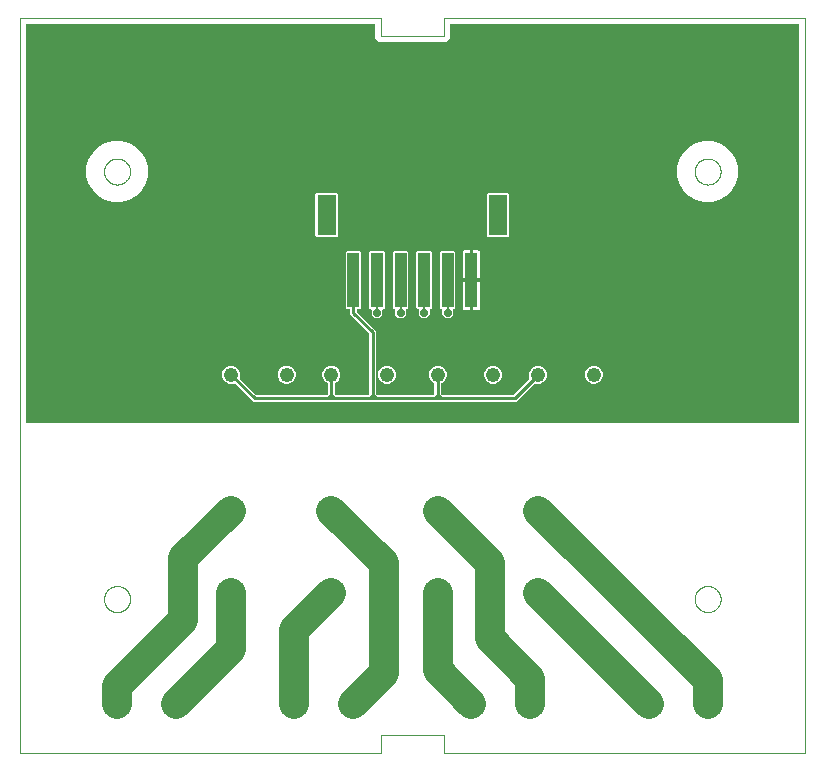
<source format=gbl>
G04 EAGLE Gerber RS-274X export*
G75*
%MOMM*%
%FSLAX34Y34*%
%LPD*%
%INCopper Bottom*%
%IPPOS*%
%AMOC8*
5,1,8,0,0,1.08239X$1,22.5*%
G01*
%ADD10C,0.000000*%
%ADD11C,1.219200*%
%ADD12C,1.333500*%
%ADD13C,1.350000*%
%ADD14C,1.950000*%
%ADD15R,1.000000X4.600000*%
%ADD16R,1.600000X3.400000*%
%ADD17C,0.203200*%
%ADD18P,0.659825X8X22.500000*%
%ADD19C,2.540000*%
%ADD20C,0.254000*%

G36*
X659178Y279242D02*
X659178Y279242D01*
X659197Y279240D01*
X659299Y279262D01*
X659401Y279279D01*
X659418Y279288D01*
X659438Y279292D01*
X659527Y279345D01*
X659618Y279394D01*
X659632Y279408D01*
X659649Y279418D01*
X659716Y279497D01*
X659788Y279572D01*
X659796Y279590D01*
X659809Y279605D01*
X659848Y279701D01*
X659891Y279795D01*
X659893Y279815D01*
X659901Y279833D01*
X659919Y280000D01*
X659919Y616158D01*
X659916Y616178D01*
X659918Y616197D01*
X659896Y616299D01*
X659880Y616401D01*
X659870Y616418D01*
X659866Y616438D01*
X659813Y616527D01*
X659764Y616618D01*
X659750Y616632D01*
X659740Y616649D01*
X659661Y616716D01*
X659586Y616788D01*
X659568Y616796D01*
X659553Y616809D01*
X659457Y616848D01*
X659363Y616891D01*
X659343Y616893D01*
X659325Y616901D01*
X659158Y616919D01*
X364842Y616919D01*
X364822Y616916D01*
X364803Y616918D01*
X364701Y616896D01*
X364599Y616880D01*
X364582Y616870D01*
X364562Y616866D01*
X364473Y616813D01*
X364382Y616764D01*
X364368Y616750D01*
X364351Y616740D01*
X364284Y616661D01*
X364212Y616586D01*
X364204Y616568D01*
X364191Y616553D01*
X364152Y616457D01*
X364109Y616363D01*
X364107Y616343D01*
X364099Y616325D01*
X364081Y616158D01*
X364081Y604895D01*
X361105Y601919D01*
X303895Y601919D01*
X300919Y604895D01*
X300919Y616158D01*
X300916Y616178D01*
X300918Y616197D01*
X300896Y616299D01*
X300880Y616401D01*
X300870Y616418D01*
X300866Y616438D01*
X300813Y616527D01*
X300764Y616618D01*
X300750Y616632D01*
X300740Y616649D01*
X300661Y616716D01*
X300586Y616788D01*
X300568Y616796D01*
X300553Y616809D01*
X300457Y616848D01*
X300363Y616891D01*
X300343Y616893D01*
X300325Y616901D01*
X300158Y616919D01*
X5842Y616919D01*
X5822Y616916D01*
X5803Y616918D01*
X5701Y616896D01*
X5599Y616880D01*
X5582Y616870D01*
X5562Y616866D01*
X5473Y616813D01*
X5382Y616764D01*
X5368Y616750D01*
X5351Y616740D01*
X5284Y616661D01*
X5212Y616586D01*
X5204Y616568D01*
X5191Y616553D01*
X5152Y616457D01*
X5109Y616363D01*
X5107Y616343D01*
X5099Y616325D01*
X5081Y616158D01*
X5081Y280000D01*
X5084Y279980D01*
X5082Y279961D01*
X5104Y279859D01*
X5120Y279757D01*
X5130Y279740D01*
X5134Y279720D01*
X5187Y279631D01*
X5236Y279540D01*
X5250Y279526D01*
X5260Y279509D01*
X5339Y279442D01*
X5414Y279371D01*
X5432Y279362D01*
X5447Y279349D01*
X5543Y279310D01*
X5637Y279267D01*
X5657Y279265D01*
X5675Y279257D01*
X5842Y279239D01*
X659158Y279239D01*
X659178Y279242D01*
G37*
%LPC*%
G36*
X197842Y297205D02*
X197842Y297205D01*
X182879Y312168D01*
X182805Y312221D01*
X182736Y312281D01*
X182706Y312293D01*
X182680Y312312D01*
X182593Y312339D01*
X182508Y312373D01*
X182467Y312377D01*
X182445Y312384D01*
X182412Y312383D01*
X182341Y312391D01*
X180696Y312391D01*
X180632Y312381D01*
X180566Y312380D01*
X180563Y312379D01*
X177484Y312379D01*
X174683Y313539D01*
X172539Y315683D01*
X171379Y318484D01*
X171379Y321516D01*
X172539Y324317D01*
X174683Y326461D01*
X177484Y327621D01*
X180516Y327621D01*
X183317Y326461D01*
X185461Y324317D01*
X186621Y321516D01*
X186621Y318392D01*
X186615Y318365D01*
X186616Y318346D01*
X186613Y318313D01*
X186613Y316655D01*
X186627Y316565D01*
X186635Y316474D01*
X186647Y316444D01*
X186652Y316412D01*
X186695Y316332D01*
X186731Y316248D01*
X186757Y316216D01*
X186768Y316195D01*
X186791Y316173D01*
X186836Y316117D01*
X199935Y303018D01*
X200009Y302965D01*
X200078Y302905D01*
X200108Y302893D01*
X200134Y302874D01*
X200221Y302847D01*
X200306Y302813D01*
X200347Y302809D01*
X200369Y302802D01*
X200402Y302803D01*
X200473Y302795D01*
X259987Y302795D01*
X260077Y302809D01*
X260168Y302817D01*
X260198Y302829D01*
X260230Y302834D01*
X260310Y302877D01*
X260394Y302913D01*
X260426Y302939D01*
X260447Y302950D01*
X260469Y302973D01*
X260525Y303018D01*
X260982Y303475D01*
X261035Y303549D01*
X261095Y303618D01*
X261107Y303648D01*
X261126Y303674D01*
X261153Y303761D01*
X261187Y303846D01*
X261191Y303887D01*
X261198Y303909D01*
X261197Y303942D01*
X261205Y304013D01*
X261205Y312400D01*
X261186Y312515D01*
X261169Y312631D01*
X261167Y312637D01*
X261166Y312643D01*
X261111Y312746D01*
X261058Y312851D01*
X261053Y312855D01*
X261050Y312860D01*
X260966Y312940D01*
X260882Y313023D01*
X260876Y313026D01*
X260872Y313030D01*
X260855Y313038D01*
X260735Y313104D01*
X259683Y313539D01*
X257539Y315683D01*
X256379Y318484D01*
X256379Y321516D01*
X257539Y324317D01*
X259683Y326461D01*
X262484Y327621D01*
X265516Y327621D01*
X268317Y326461D01*
X270461Y324317D01*
X271621Y321516D01*
X271621Y318484D01*
X270461Y315683D01*
X268317Y313539D01*
X267265Y313104D01*
X267165Y313042D01*
X267065Y312982D01*
X267061Y312977D01*
X267056Y312974D01*
X266981Y312884D01*
X266905Y312795D01*
X266903Y312789D01*
X266899Y312785D01*
X266857Y312676D01*
X266813Y312567D01*
X266812Y312560D01*
X266811Y312555D01*
X266810Y312537D01*
X266795Y312400D01*
X266795Y304013D01*
X266809Y303923D01*
X266817Y303832D01*
X266829Y303802D01*
X266834Y303770D01*
X266877Y303690D01*
X266913Y303606D01*
X266939Y303574D01*
X266950Y303553D01*
X266973Y303531D01*
X267018Y303475D01*
X267475Y303018D01*
X267549Y302965D01*
X267618Y302905D01*
X267648Y302893D01*
X267674Y302874D01*
X267761Y302847D01*
X267846Y302813D01*
X267887Y302809D01*
X267909Y302802D01*
X267942Y302803D01*
X268013Y302795D01*
X294987Y302795D01*
X295077Y302809D01*
X295168Y302817D01*
X295198Y302829D01*
X295230Y302834D01*
X295310Y302877D01*
X295394Y302913D01*
X295426Y302939D01*
X295447Y302950D01*
X295469Y302973D01*
X295525Y303018D01*
X295982Y303475D01*
X296035Y303549D01*
X296095Y303618D01*
X296107Y303648D01*
X296126Y303674D01*
X296153Y303761D01*
X296187Y303846D01*
X296191Y303887D01*
X296198Y303909D01*
X296197Y303942D01*
X296205Y304013D01*
X296205Y354527D01*
X296191Y354617D01*
X296183Y354708D01*
X296171Y354738D01*
X296166Y354770D01*
X296123Y354850D01*
X296087Y354934D01*
X296061Y354966D01*
X296050Y354987D01*
X296027Y355009D01*
X295982Y355065D01*
X279705Y371342D01*
X279705Y374714D01*
X279702Y374734D01*
X279704Y374753D01*
X279682Y374855D01*
X279666Y374957D01*
X279656Y374974D01*
X279652Y374994D01*
X279599Y375083D01*
X279550Y375174D01*
X279536Y375188D01*
X279526Y375205D01*
X279447Y375272D01*
X279372Y375344D01*
X279354Y375352D01*
X279339Y375365D01*
X279243Y375404D01*
X279149Y375447D01*
X279129Y375449D01*
X279111Y375457D01*
X278944Y375475D01*
X276868Y375475D01*
X275975Y376368D01*
X275975Y423632D01*
X276868Y424525D01*
X288132Y424525D01*
X289025Y423632D01*
X289025Y376368D01*
X288132Y375475D01*
X286056Y375475D01*
X286036Y375472D01*
X286017Y375474D01*
X285915Y375452D01*
X285813Y375436D01*
X285796Y375426D01*
X285776Y375422D01*
X285687Y375369D01*
X285596Y375320D01*
X285582Y375306D01*
X285565Y375296D01*
X285498Y375217D01*
X285426Y375142D01*
X285418Y375124D01*
X285405Y375109D01*
X285366Y375013D01*
X285323Y374919D01*
X285321Y374899D01*
X285313Y374881D01*
X285295Y374714D01*
X285295Y373973D01*
X285309Y373883D01*
X285317Y373792D01*
X285329Y373762D01*
X285334Y373730D01*
X285377Y373650D01*
X285413Y373566D01*
X285439Y373534D01*
X285450Y373513D01*
X285473Y373491D01*
X285518Y373435D01*
X301795Y357158D01*
X301795Y304013D01*
X301809Y303923D01*
X301817Y303832D01*
X301829Y303802D01*
X301834Y303770D01*
X301877Y303690D01*
X301913Y303606D01*
X301939Y303574D01*
X301950Y303553D01*
X301973Y303531D01*
X302018Y303475D01*
X302475Y303018D01*
X302549Y302965D01*
X302618Y302905D01*
X302648Y302893D01*
X302674Y302874D01*
X302761Y302847D01*
X302846Y302813D01*
X302887Y302809D01*
X302909Y302802D01*
X302942Y302803D01*
X303013Y302795D01*
X349987Y302795D01*
X350077Y302809D01*
X350168Y302817D01*
X350198Y302829D01*
X350230Y302834D01*
X350310Y302877D01*
X350394Y302913D01*
X350426Y302939D01*
X350447Y302950D01*
X350469Y302973D01*
X350525Y303018D01*
X350982Y303475D01*
X351035Y303549D01*
X351095Y303618D01*
X351107Y303648D01*
X351126Y303674D01*
X351153Y303761D01*
X351187Y303846D01*
X351191Y303887D01*
X351198Y303909D01*
X351197Y303942D01*
X351205Y304013D01*
X351205Y312400D01*
X351186Y312515D01*
X351169Y312631D01*
X351167Y312637D01*
X351166Y312643D01*
X351111Y312746D01*
X351058Y312851D01*
X351053Y312855D01*
X351050Y312860D01*
X350966Y312940D01*
X350882Y313023D01*
X350876Y313026D01*
X350872Y313030D01*
X350855Y313038D01*
X350735Y313104D01*
X349683Y313539D01*
X347539Y315683D01*
X346379Y318484D01*
X346379Y321516D01*
X347539Y324317D01*
X349683Y326461D01*
X352484Y327621D01*
X355516Y327621D01*
X358317Y326461D01*
X360461Y324317D01*
X361621Y321516D01*
X361621Y318484D01*
X360461Y315683D01*
X358317Y313539D01*
X357265Y313104D01*
X357165Y313042D01*
X357065Y312982D01*
X357061Y312977D01*
X357056Y312974D01*
X356981Y312884D01*
X356905Y312795D01*
X356903Y312789D01*
X356899Y312785D01*
X356857Y312676D01*
X356813Y312567D01*
X356812Y312560D01*
X356811Y312555D01*
X356810Y312537D01*
X356795Y312400D01*
X356795Y304013D01*
X356809Y303923D01*
X356817Y303832D01*
X356829Y303802D01*
X356834Y303770D01*
X356877Y303690D01*
X356913Y303606D01*
X356939Y303574D01*
X356950Y303553D01*
X356973Y303531D01*
X357018Y303475D01*
X357475Y303018D01*
X357549Y302965D01*
X357618Y302905D01*
X357648Y302893D01*
X357674Y302874D01*
X357761Y302847D01*
X357846Y302813D01*
X357887Y302809D01*
X357909Y302802D01*
X357942Y302803D01*
X358013Y302795D01*
X417527Y302795D01*
X417617Y302809D01*
X417708Y302817D01*
X417738Y302829D01*
X417770Y302834D01*
X417850Y302877D01*
X417934Y302913D01*
X417966Y302939D01*
X417987Y302950D01*
X418009Y302973D01*
X418065Y303018D01*
X431156Y316109D01*
X431209Y316183D01*
X431269Y316252D01*
X431281Y316282D01*
X431300Y316308D01*
X431327Y316395D01*
X431361Y316480D01*
X431365Y316521D01*
X431372Y316543D01*
X431371Y316576D01*
X431379Y316647D01*
X431379Y321516D01*
X432539Y324317D01*
X434683Y326461D01*
X437484Y327621D01*
X440516Y327621D01*
X443317Y326461D01*
X445461Y324317D01*
X446621Y321516D01*
X446621Y318484D01*
X445461Y315683D01*
X443317Y313539D01*
X440516Y312379D01*
X437412Y312379D01*
X437388Y312382D01*
X437356Y312389D01*
X437336Y312388D01*
X437304Y312391D01*
X435659Y312391D01*
X435569Y312377D01*
X435478Y312369D01*
X435448Y312357D01*
X435416Y312352D01*
X435336Y312309D01*
X435252Y312273D01*
X435220Y312247D01*
X435199Y312236D01*
X435177Y312213D01*
X435121Y312168D01*
X420158Y297205D01*
X197842Y297205D01*
G37*
%LPD*%
%LPC*%
G36*
X579077Y465999D02*
X579077Y465999D01*
X572464Y467771D01*
X566535Y471194D01*
X561694Y476035D01*
X558271Y481964D01*
X556499Y488577D01*
X556499Y495423D01*
X558271Y502036D01*
X561694Y507965D01*
X566535Y512806D01*
X572464Y516229D01*
X579077Y518001D01*
X585923Y518001D01*
X592536Y516229D01*
X598465Y512806D01*
X603306Y507965D01*
X606729Y502036D01*
X608501Y495423D01*
X608501Y488577D01*
X606729Y481964D01*
X603306Y476035D01*
X598465Y471194D01*
X592536Y467771D01*
X585923Y465999D01*
X579077Y465999D01*
G37*
%LPD*%
%LPC*%
G36*
X79077Y465999D02*
X79077Y465999D01*
X72464Y467771D01*
X66535Y471194D01*
X61694Y476035D01*
X58271Y481964D01*
X56499Y488577D01*
X56499Y495423D01*
X58271Y502036D01*
X61694Y507965D01*
X66535Y512806D01*
X72464Y516229D01*
X79077Y518001D01*
X85923Y518001D01*
X92536Y516229D01*
X98465Y512806D01*
X103306Y507965D01*
X106729Y502036D01*
X108501Y495423D01*
X108501Y488577D01*
X106729Y481964D01*
X103306Y476035D01*
X98465Y471194D01*
X92536Y467771D01*
X85923Y465999D01*
X79077Y465999D01*
G37*
%LPD*%
%LPC*%
G36*
X396368Y436475D02*
X396368Y436475D01*
X395475Y437368D01*
X395475Y472632D01*
X396368Y473525D01*
X413632Y473525D01*
X414525Y472632D01*
X414525Y437368D01*
X413632Y436475D01*
X396368Y436475D01*
G37*
%LPD*%
%LPC*%
G36*
X251368Y436475D02*
X251368Y436475D01*
X250475Y437368D01*
X250475Y472632D01*
X251368Y473525D01*
X268632Y473525D01*
X269525Y472632D01*
X269525Y437368D01*
X268632Y436475D01*
X251368Y436475D01*
G37*
%LPD*%
%LPC*%
G36*
X360606Y367927D02*
X360606Y367927D01*
X357927Y370606D01*
X357927Y374709D01*
X357927Y374714D01*
X357931Y374753D01*
X357920Y374803D01*
X357919Y374854D01*
X357894Y374923D01*
X357879Y374994D01*
X357853Y375037D01*
X357835Y375085D01*
X357790Y375142D01*
X357752Y375205D01*
X357714Y375238D01*
X357682Y375278D01*
X357621Y375317D01*
X357566Y375365D01*
X357518Y375384D01*
X357476Y375411D01*
X357405Y375429D01*
X357337Y375457D01*
X357268Y375464D01*
X357237Y375472D01*
X357213Y375471D01*
X357171Y375475D01*
X356868Y375475D01*
X355975Y376368D01*
X355975Y423632D01*
X356868Y424525D01*
X368132Y424525D01*
X369025Y423632D01*
X369025Y376368D01*
X368132Y375475D01*
X367829Y375475D01*
X367795Y375470D01*
X367794Y375469D01*
X367757Y375463D01*
X367684Y375461D01*
X367637Y375444D01*
X367587Y375436D01*
X367522Y375401D01*
X367454Y375376D01*
X367414Y375344D01*
X367369Y375320D01*
X367319Y375268D01*
X367262Y375222D01*
X367235Y375179D01*
X367200Y375142D01*
X367169Y375076D01*
X367130Y375014D01*
X367118Y374965D01*
X367096Y374919D01*
X367092Y374877D01*
X367091Y374876D01*
X367088Y374845D01*
X367071Y374776D01*
X367075Y374726D01*
X367073Y374709D01*
X367073Y374707D01*
X367069Y374675D01*
X367073Y374658D01*
X367073Y370606D01*
X364394Y367927D01*
X360606Y367927D01*
G37*
%LPD*%
%LPC*%
G36*
X320606Y367927D02*
X320606Y367927D01*
X317927Y370606D01*
X317927Y374709D01*
X317927Y374714D01*
X317931Y374753D01*
X317920Y374803D01*
X317919Y374854D01*
X317894Y374923D01*
X317879Y374994D01*
X317853Y375037D01*
X317835Y375085D01*
X317790Y375142D01*
X317752Y375205D01*
X317714Y375238D01*
X317682Y375278D01*
X317621Y375317D01*
X317566Y375365D01*
X317518Y375384D01*
X317476Y375411D01*
X317405Y375429D01*
X317337Y375457D01*
X317268Y375464D01*
X317237Y375472D01*
X317213Y375471D01*
X317171Y375475D01*
X316868Y375475D01*
X315975Y376368D01*
X315975Y423632D01*
X316868Y424525D01*
X328132Y424525D01*
X329025Y423632D01*
X329025Y376368D01*
X328132Y375475D01*
X327829Y375475D01*
X327795Y375470D01*
X327794Y375469D01*
X327757Y375463D01*
X327684Y375461D01*
X327637Y375444D01*
X327587Y375436D01*
X327522Y375401D01*
X327454Y375376D01*
X327414Y375344D01*
X327369Y375320D01*
X327319Y375268D01*
X327262Y375222D01*
X327235Y375179D01*
X327200Y375142D01*
X327169Y375076D01*
X327130Y375014D01*
X327118Y374965D01*
X327096Y374919D01*
X327092Y374877D01*
X327091Y374876D01*
X327088Y374845D01*
X327071Y374776D01*
X327075Y374726D01*
X327073Y374709D01*
X327073Y374707D01*
X327069Y374675D01*
X327073Y374658D01*
X327073Y370606D01*
X324394Y367927D01*
X320606Y367927D01*
G37*
%LPD*%
%LPC*%
G36*
X300606Y367927D02*
X300606Y367927D01*
X297927Y370606D01*
X297927Y374709D01*
X297927Y374714D01*
X297931Y374753D01*
X297920Y374803D01*
X297919Y374854D01*
X297894Y374923D01*
X297879Y374994D01*
X297853Y375037D01*
X297835Y375085D01*
X297790Y375142D01*
X297752Y375205D01*
X297714Y375238D01*
X297682Y375278D01*
X297621Y375317D01*
X297566Y375365D01*
X297518Y375384D01*
X297476Y375411D01*
X297405Y375429D01*
X297337Y375457D01*
X297268Y375464D01*
X297237Y375472D01*
X297213Y375471D01*
X297171Y375475D01*
X296868Y375475D01*
X295975Y376368D01*
X295975Y423632D01*
X296868Y424525D01*
X308132Y424525D01*
X309025Y423632D01*
X309025Y376368D01*
X308132Y375475D01*
X307829Y375475D01*
X307795Y375470D01*
X307794Y375469D01*
X307757Y375463D01*
X307684Y375461D01*
X307637Y375444D01*
X307587Y375436D01*
X307522Y375401D01*
X307454Y375376D01*
X307414Y375344D01*
X307369Y375320D01*
X307319Y375268D01*
X307262Y375222D01*
X307235Y375179D01*
X307200Y375142D01*
X307169Y375076D01*
X307130Y375014D01*
X307118Y374965D01*
X307096Y374919D01*
X307092Y374877D01*
X307091Y374876D01*
X307088Y374845D01*
X307071Y374776D01*
X307075Y374726D01*
X307073Y374709D01*
X307073Y374707D01*
X307069Y374675D01*
X307073Y374658D01*
X307073Y370606D01*
X304394Y367927D01*
X300606Y367927D01*
G37*
%LPD*%
%LPC*%
G36*
X340606Y367927D02*
X340606Y367927D01*
X337927Y370606D01*
X337927Y374709D01*
X337927Y374714D01*
X337931Y374753D01*
X337920Y374803D01*
X337919Y374854D01*
X337894Y374923D01*
X337879Y374994D01*
X337853Y375037D01*
X337835Y375085D01*
X337790Y375142D01*
X337752Y375205D01*
X337714Y375238D01*
X337682Y375278D01*
X337621Y375317D01*
X337566Y375365D01*
X337518Y375384D01*
X337476Y375411D01*
X337405Y375429D01*
X337337Y375457D01*
X337268Y375464D01*
X337237Y375472D01*
X337213Y375471D01*
X337171Y375475D01*
X336868Y375475D01*
X335975Y376368D01*
X335975Y423632D01*
X336868Y424525D01*
X348132Y424525D01*
X349025Y423632D01*
X349025Y376368D01*
X348132Y375475D01*
X347829Y375475D01*
X347795Y375470D01*
X347794Y375469D01*
X347757Y375463D01*
X347684Y375461D01*
X347637Y375444D01*
X347587Y375436D01*
X347522Y375401D01*
X347454Y375376D01*
X347414Y375344D01*
X347369Y375320D01*
X347319Y375268D01*
X347262Y375222D01*
X347235Y375179D01*
X347200Y375142D01*
X347169Y375076D01*
X347130Y375014D01*
X347118Y374965D01*
X347096Y374919D01*
X347092Y374877D01*
X347091Y374876D01*
X347088Y374845D01*
X347071Y374776D01*
X347075Y374726D01*
X347073Y374709D01*
X347073Y374707D01*
X347069Y374675D01*
X347073Y374658D01*
X347073Y370606D01*
X344394Y367927D01*
X340606Y367927D01*
G37*
%LPD*%
%LPC*%
G36*
X224484Y312379D02*
X224484Y312379D01*
X221683Y313539D01*
X219539Y315683D01*
X218379Y318484D01*
X218379Y321516D01*
X219539Y324317D01*
X221683Y326461D01*
X224484Y327621D01*
X227516Y327621D01*
X230317Y326461D01*
X232461Y324317D01*
X233621Y321516D01*
X233621Y318484D01*
X232461Y315683D01*
X230317Y313539D01*
X227516Y312379D01*
X224484Y312379D01*
G37*
%LPD*%
%LPC*%
G36*
X484484Y312379D02*
X484484Y312379D01*
X481683Y313539D01*
X479539Y315683D01*
X478379Y318484D01*
X478379Y321516D01*
X479539Y324317D01*
X481683Y326461D01*
X484484Y327621D01*
X487516Y327621D01*
X490317Y326461D01*
X492461Y324317D01*
X493621Y321516D01*
X493621Y318484D01*
X492461Y315683D01*
X490317Y313539D01*
X487516Y312379D01*
X484484Y312379D01*
G37*
%LPD*%
%LPC*%
G36*
X399484Y312379D02*
X399484Y312379D01*
X396683Y313539D01*
X394539Y315683D01*
X393379Y318484D01*
X393379Y321516D01*
X394539Y324317D01*
X396683Y326461D01*
X399484Y327621D01*
X402516Y327621D01*
X405317Y326461D01*
X407461Y324317D01*
X408621Y321516D01*
X408621Y318484D01*
X407461Y315683D01*
X405317Y313539D01*
X402516Y312379D01*
X399484Y312379D01*
G37*
%LPD*%
%LPC*%
G36*
X309484Y312379D02*
X309484Y312379D01*
X306683Y313539D01*
X304539Y315683D01*
X303379Y318484D01*
X303379Y321516D01*
X304539Y324317D01*
X306683Y326461D01*
X309484Y327621D01*
X312516Y327621D01*
X315317Y326461D01*
X317461Y324317D01*
X318621Y321516D01*
X318621Y318484D01*
X317461Y315683D01*
X315317Y313539D01*
X312516Y312379D01*
X309484Y312379D01*
G37*
%LPD*%
%LPC*%
G36*
X384023Y401523D02*
X384023Y401523D01*
X384023Y425541D01*
X387835Y425541D01*
X388481Y425368D01*
X389060Y425033D01*
X389533Y424560D01*
X389868Y423981D01*
X390041Y423334D01*
X390041Y401523D01*
X384023Y401523D01*
G37*
%LPD*%
%LPC*%
G36*
X384023Y398477D02*
X384023Y398477D01*
X390041Y398477D01*
X390041Y376666D01*
X389868Y376019D01*
X389533Y375440D01*
X389060Y374967D01*
X388481Y374632D01*
X387834Y374459D01*
X384023Y374459D01*
X384023Y398477D01*
G37*
%LPD*%
%LPC*%
G36*
X374959Y401523D02*
X374959Y401523D01*
X374959Y423334D01*
X375132Y423981D01*
X375467Y424560D01*
X375940Y425033D01*
X376519Y425368D01*
X377166Y425541D01*
X380977Y425541D01*
X380977Y401523D01*
X374959Y401523D01*
G37*
%LPD*%
%LPC*%
G36*
X377166Y374459D02*
X377166Y374459D01*
X376519Y374632D01*
X375940Y374967D01*
X375467Y375440D01*
X375132Y376019D01*
X374959Y376666D01*
X374959Y398477D01*
X380977Y398477D01*
X380977Y374459D01*
X377166Y374459D01*
G37*
%LPD*%
%LPC*%
G36*
X382499Y399999D02*
X382499Y399999D01*
X382499Y400001D01*
X382501Y400001D01*
X382501Y399999D01*
X382499Y399999D01*
G37*
%LPD*%
D10*
X0Y0D02*
X306000Y0D01*
X306000Y15000D01*
X359000Y15000D01*
X359000Y0D01*
X665000Y0D01*
X665000Y622000D01*
X359000Y622000D01*
X359000Y607000D01*
X306000Y607000D01*
X306000Y622000D01*
X0Y622000D01*
X0Y0D01*
X71500Y492000D02*
X71503Y492270D01*
X71513Y492540D01*
X71530Y492809D01*
X71553Y493078D01*
X71583Y493347D01*
X71619Y493614D01*
X71662Y493881D01*
X71711Y494146D01*
X71767Y494410D01*
X71830Y494673D01*
X71898Y494934D01*
X71974Y495193D01*
X72055Y495450D01*
X72143Y495706D01*
X72237Y495959D01*
X72337Y496210D01*
X72444Y496458D01*
X72556Y496703D01*
X72675Y496946D01*
X72799Y497185D01*
X72929Y497422D01*
X73065Y497655D01*
X73207Y497885D01*
X73354Y498111D01*
X73507Y498334D01*
X73665Y498553D01*
X73828Y498768D01*
X73997Y498978D01*
X74171Y499185D01*
X74350Y499387D01*
X74533Y499585D01*
X74722Y499778D01*
X74915Y499967D01*
X75113Y500150D01*
X75315Y500329D01*
X75522Y500503D01*
X75732Y500672D01*
X75947Y500835D01*
X76166Y500993D01*
X76389Y501146D01*
X76615Y501293D01*
X76845Y501435D01*
X77078Y501571D01*
X77315Y501701D01*
X77554Y501825D01*
X77797Y501944D01*
X78042Y502056D01*
X78290Y502163D01*
X78541Y502263D01*
X78794Y502357D01*
X79050Y502445D01*
X79307Y502526D01*
X79566Y502602D01*
X79827Y502670D01*
X80090Y502733D01*
X80354Y502789D01*
X80619Y502838D01*
X80886Y502881D01*
X81153Y502917D01*
X81422Y502947D01*
X81691Y502970D01*
X81960Y502987D01*
X82230Y502997D01*
X82500Y503000D01*
X82770Y502997D01*
X83040Y502987D01*
X83309Y502970D01*
X83578Y502947D01*
X83847Y502917D01*
X84114Y502881D01*
X84381Y502838D01*
X84646Y502789D01*
X84910Y502733D01*
X85173Y502670D01*
X85434Y502602D01*
X85693Y502526D01*
X85950Y502445D01*
X86206Y502357D01*
X86459Y502263D01*
X86710Y502163D01*
X86958Y502056D01*
X87203Y501944D01*
X87446Y501825D01*
X87685Y501701D01*
X87922Y501571D01*
X88155Y501435D01*
X88385Y501293D01*
X88611Y501146D01*
X88834Y500993D01*
X89053Y500835D01*
X89268Y500672D01*
X89478Y500503D01*
X89685Y500329D01*
X89887Y500150D01*
X90085Y499967D01*
X90278Y499778D01*
X90467Y499585D01*
X90650Y499387D01*
X90829Y499185D01*
X91003Y498978D01*
X91172Y498768D01*
X91335Y498553D01*
X91493Y498334D01*
X91646Y498111D01*
X91793Y497885D01*
X91935Y497655D01*
X92071Y497422D01*
X92201Y497185D01*
X92325Y496946D01*
X92444Y496703D01*
X92556Y496458D01*
X92663Y496210D01*
X92763Y495959D01*
X92857Y495706D01*
X92945Y495450D01*
X93026Y495193D01*
X93102Y494934D01*
X93170Y494673D01*
X93233Y494410D01*
X93289Y494146D01*
X93338Y493881D01*
X93381Y493614D01*
X93417Y493347D01*
X93447Y493078D01*
X93470Y492809D01*
X93487Y492540D01*
X93497Y492270D01*
X93500Y492000D01*
X93497Y491730D01*
X93487Y491460D01*
X93470Y491191D01*
X93447Y490922D01*
X93417Y490653D01*
X93381Y490386D01*
X93338Y490119D01*
X93289Y489854D01*
X93233Y489590D01*
X93170Y489327D01*
X93102Y489066D01*
X93026Y488807D01*
X92945Y488550D01*
X92857Y488294D01*
X92763Y488041D01*
X92663Y487790D01*
X92556Y487542D01*
X92444Y487297D01*
X92325Y487054D01*
X92201Y486815D01*
X92071Y486578D01*
X91935Y486345D01*
X91793Y486115D01*
X91646Y485889D01*
X91493Y485666D01*
X91335Y485447D01*
X91172Y485232D01*
X91003Y485022D01*
X90829Y484815D01*
X90650Y484613D01*
X90467Y484415D01*
X90278Y484222D01*
X90085Y484033D01*
X89887Y483850D01*
X89685Y483671D01*
X89478Y483497D01*
X89268Y483328D01*
X89053Y483165D01*
X88834Y483007D01*
X88611Y482854D01*
X88385Y482707D01*
X88155Y482565D01*
X87922Y482429D01*
X87685Y482299D01*
X87446Y482175D01*
X87203Y482056D01*
X86958Y481944D01*
X86710Y481837D01*
X86459Y481737D01*
X86206Y481643D01*
X85950Y481555D01*
X85693Y481474D01*
X85434Y481398D01*
X85173Y481330D01*
X84910Y481267D01*
X84646Y481211D01*
X84381Y481162D01*
X84114Y481119D01*
X83847Y481083D01*
X83578Y481053D01*
X83309Y481030D01*
X83040Y481013D01*
X82770Y481003D01*
X82500Y481000D01*
X82230Y481003D01*
X81960Y481013D01*
X81691Y481030D01*
X81422Y481053D01*
X81153Y481083D01*
X80886Y481119D01*
X80619Y481162D01*
X80354Y481211D01*
X80090Y481267D01*
X79827Y481330D01*
X79566Y481398D01*
X79307Y481474D01*
X79050Y481555D01*
X78794Y481643D01*
X78541Y481737D01*
X78290Y481837D01*
X78042Y481944D01*
X77797Y482056D01*
X77554Y482175D01*
X77315Y482299D01*
X77078Y482429D01*
X76845Y482565D01*
X76615Y482707D01*
X76389Y482854D01*
X76166Y483007D01*
X75947Y483165D01*
X75732Y483328D01*
X75522Y483497D01*
X75315Y483671D01*
X75113Y483850D01*
X74915Y484033D01*
X74722Y484222D01*
X74533Y484415D01*
X74350Y484613D01*
X74171Y484815D01*
X73997Y485022D01*
X73828Y485232D01*
X73665Y485447D01*
X73507Y485666D01*
X73354Y485889D01*
X73207Y486115D01*
X73065Y486345D01*
X72929Y486578D01*
X72799Y486815D01*
X72675Y487054D01*
X72556Y487297D01*
X72444Y487542D01*
X72337Y487790D01*
X72237Y488041D01*
X72143Y488294D01*
X72055Y488550D01*
X71974Y488807D01*
X71898Y489066D01*
X71830Y489327D01*
X71767Y489590D01*
X71711Y489854D01*
X71662Y490119D01*
X71619Y490386D01*
X71583Y490653D01*
X71553Y490922D01*
X71530Y491191D01*
X71513Y491460D01*
X71503Y491730D01*
X71500Y492000D01*
X571500Y130000D02*
X571503Y130270D01*
X571513Y130540D01*
X571530Y130809D01*
X571553Y131078D01*
X571583Y131347D01*
X571619Y131614D01*
X571662Y131881D01*
X571711Y132146D01*
X571767Y132410D01*
X571830Y132673D01*
X571898Y132934D01*
X571974Y133193D01*
X572055Y133450D01*
X572143Y133706D01*
X572237Y133959D01*
X572337Y134210D01*
X572444Y134458D01*
X572556Y134703D01*
X572675Y134946D01*
X572799Y135185D01*
X572929Y135422D01*
X573065Y135655D01*
X573207Y135885D01*
X573354Y136111D01*
X573507Y136334D01*
X573665Y136553D01*
X573828Y136768D01*
X573997Y136978D01*
X574171Y137185D01*
X574350Y137387D01*
X574533Y137585D01*
X574722Y137778D01*
X574915Y137967D01*
X575113Y138150D01*
X575315Y138329D01*
X575522Y138503D01*
X575732Y138672D01*
X575947Y138835D01*
X576166Y138993D01*
X576389Y139146D01*
X576615Y139293D01*
X576845Y139435D01*
X577078Y139571D01*
X577315Y139701D01*
X577554Y139825D01*
X577797Y139944D01*
X578042Y140056D01*
X578290Y140163D01*
X578541Y140263D01*
X578794Y140357D01*
X579050Y140445D01*
X579307Y140526D01*
X579566Y140602D01*
X579827Y140670D01*
X580090Y140733D01*
X580354Y140789D01*
X580619Y140838D01*
X580886Y140881D01*
X581153Y140917D01*
X581422Y140947D01*
X581691Y140970D01*
X581960Y140987D01*
X582230Y140997D01*
X582500Y141000D01*
X582770Y140997D01*
X583040Y140987D01*
X583309Y140970D01*
X583578Y140947D01*
X583847Y140917D01*
X584114Y140881D01*
X584381Y140838D01*
X584646Y140789D01*
X584910Y140733D01*
X585173Y140670D01*
X585434Y140602D01*
X585693Y140526D01*
X585950Y140445D01*
X586206Y140357D01*
X586459Y140263D01*
X586710Y140163D01*
X586958Y140056D01*
X587203Y139944D01*
X587446Y139825D01*
X587685Y139701D01*
X587922Y139571D01*
X588155Y139435D01*
X588385Y139293D01*
X588611Y139146D01*
X588834Y138993D01*
X589053Y138835D01*
X589268Y138672D01*
X589478Y138503D01*
X589685Y138329D01*
X589887Y138150D01*
X590085Y137967D01*
X590278Y137778D01*
X590467Y137585D01*
X590650Y137387D01*
X590829Y137185D01*
X591003Y136978D01*
X591172Y136768D01*
X591335Y136553D01*
X591493Y136334D01*
X591646Y136111D01*
X591793Y135885D01*
X591935Y135655D01*
X592071Y135422D01*
X592201Y135185D01*
X592325Y134946D01*
X592444Y134703D01*
X592556Y134458D01*
X592663Y134210D01*
X592763Y133959D01*
X592857Y133706D01*
X592945Y133450D01*
X593026Y133193D01*
X593102Y132934D01*
X593170Y132673D01*
X593233Y132410D01*
X593289Y132146D01*
X593338Y131881D01*
X593381Y131614D01*
X593417Y131347D01*
X593447Y131078D01*
X593470Y130809D01*
X593487Y130540D01*
X593497Y130270D01*
X593500Y130000D01*
X593497Y129730D01*
X593487Y129460D01*
X593470Y129191D01*
X593447Y128922D01*
X593417Y128653D01*
X593381Y128386D01*
X593338Y128119D01*
X593289Y127854D01*
X593233Y127590D01*
X593170Y127327D01*
X593102Y127066D01*
X593026Y126807D01*
X592945Y126550D01*
X592857Y126294D01*
X592763Y126041D01*
X592663Y125790D01*
X592556Y125542D01*
X592444Y125297D01*
X592325Y125054D01*
X592201Y124815D01*
X592071Y124578D01*
X591935Y124345D01*
X591793Y124115D01*
X591646Y123889D01*
X591493Y123666D01*
X591335Y123447D01*
X591172Y123232D01*
X591003Y123022D01*
X590829Y122815D01*
X590650Y122613D01*
X590467Y122415D01*
X590278Y122222D01*
X590085Y122033D01*
X589887Y121850D01*
X589685Y121671D01*
X589478Y121497D01*
X589268Y121328D01*
X589053Y121165D01*
X588834Y121007D01*
X588611Y120854D01*
X588385Y120707D01*
X588155Y120565D01*
X587922Y120429D01*
X587685Y120299D01*
X587446Y120175D01*
X587203Y120056D01*
X586958Y119944D01*
X586710Y119837D01*
X586459Y119737D01*
X586206Y119643D01*
X585950Y119555D01*
X585693Y119474D01*
X585434Y119398D01*
X585173Y119330D01*
X584910Y119267D01*
X584646Y119211D01*
X584381Y119162D01*
X584114Y119119D01*
X583847Y119083D01*
X583578Y119053D01*
X583309Y119030D01*
X583040Y119013D01*
X582770Y119003D01*
X582500Y119000D01*
X582230Y119003D01*
X581960Y119013D01*
X581691Y119030D01*
X581422Y119053D01*
X581153Y119083D01*
X580886Y119119D01*
X580619Y119162D01*
X580354Y119211D01*
X580090Y119267D01*
X579827Y119330D01*
X579566Y119398D01*
X579307Y119474D01*
X579050Y119555D01*
X578794Y119643D01*
X578541Y119737D01*
X578290Y119837D01*
X578042Y119944D01*
X577797Y120056D01*
X577554Y120175D01*
X577315Y120299D01*
X577078Y120429D01*
X576845Y120565D01*
X576615Y120707D01*
X576389Y120854D01*
X576166Y121007D01*
X575947Y121165D01*
X575732Y121328D01*
X575522Y121497D01*
X575315Y121671D01*
X575113Y121850D01*
X574915Y122033D01*
X574722Y122222D01*
X574533Y122415D01*
X574350Y122613D01*
X574171Y122815D01*
X573997Y123022D01*
X573828Y123232D01*
X573665Y123447D01*
X573507Y123666D01*
X573354Y123889D01*
X573207Y124115D01*
X573065Y124345D01*
X572929Y124578D01*
X572799Y124815D01*
X572675Y125054D01*
X572556Y125297D01*
X572444Y125542D01*
X572337Y125790D01*
X572237Y126041D01*
X572143Y126294D01*
X572055Y126550D01*
X571974Y126807D01*
X571898Y127066D01*
X571830Y127327D01*
X571767Y127590D01*
X571711Y127854D01*
X571662Y128119D01*
X571619Y128386D01*
X571583Y128653D01*
X571553Y128922D01*
X571530Y129191D01*
X571513Y129460D01*
X571503Y129730D01*
X571500Y130000D01*
X71500Y130000D02*
X71503Y130270D01*
X71513Y130540D01*
X71530Y130809D01*
X71553Y131078D01*
X71583Y131347D01*
X71619Y131614D01*
X71662Y131881D01*
X71711Y132146D01*
X71767Y132410D01*
X71830Y132673D01*
X71898Y132934D01*
X71974Y133193D01*
X72055Y133450D01*
X72143Y133706D01*
X72237Y133959D01*
X72337Y134210D01*
X72444Y134458D01*
X72556Y134703D01*
X72675Y134946D01*
X72799Y135185D01*
X72929Y135422D01*
X73065Y135655D01*
X73207Y135885D01*
X73354Y136111D01*
X73507Y136334D01*
X73665Y136553D01*
X73828Y136768D01*
X73997Y136978D01*
X74171Y137185D01*
X74350Y137387D01*
X74533Y137585D01*
X74722Y137778D01*
X74915Y137967D01*
X75113Y138150D01*
X75315Y138329D01*
X75522Y138503D01*
X75732Y138672D01*
X75947Y138835D01*
X76166Y138993D01*
X76389Y139146D01*
X76615Y139293D01*
X76845Y139435D01*
X77078Y139571D01*
X77315Y139701D01*
X77554Y139825D01*
X77797Y139944D01*
X78042Y140056D01*
X78290Y140163D01*
X78541Y140263D01*
X78794Y140357D01*
X79050Y140445D01*
X79307Y140526D01*
X79566Y140602D01*
X79827Y140670D01*
X80090Y140733D01*
X80354Y140789D01*
X80619Y140838D01*
X80886Y140881D01*
X81153Y140917D01*
X81422Y140947D01*
X81691Y140970D01*
X81960Y140987D01*
X82230Y140997D01*
X82500Y141000D01*
X82770Y140997D01*
X83040Y140987D01*
X83309Y140970D01*
X83578Y140947D01*
X83847Y140917D01*
X84114Y140881D01*
X84381Y140838D01*
X84646Y140789D01*
X84910Y140733D01*
X85173Y140670D01*
X85434Y140602D01*
X85693Y140526D01*
X85950Y140445D01*
X86206Y140357D01*
X86459Y140263D01*
X86710Y140163D01*
X86958Y140056D01*
X87203Y139944D01*
X87446Y139825D01*
X87685Y139701D01*
X87922Y139571D01*
X88155Y139435D01*
X88385Y139293D01*
X88611Y139146D01*
X88834Y138993D01*
X89053Y138835D01*
X89268Y138672D01*
X89478Y138503D01*
X89685Y138329D01*
X89887Y138150D01*
X90085Y137967D01*
X90278Y137778D01*
X90467Y137585D01*
X90650Y137387D01*
X90829Y137185D01*
X91003Y136978D01*
X91172Y136768D01*
X91335Y136553D01*
X91493Y136334D01*
X91646Y136111D01*
X91793Y135885D01*
X91935Y135655D01*
X92071Y135422D01*
X92201Y135185D01*
X92325Y134946D01*
X92444Y134703D01*
X92556Y134458D01*
X92663Y134210D01*
X92763Y133959D01*
X92857Y133706D01*
X92945Y133450D01*
X93026Y133193D01*
X93102Y132934D01*
X93170Y132673D01*
X93233Y132410D01*
X93289Y132146D01*
X93338Y131881D01*
X93381Y131614D01*
X93417Y131347D01*
X93447Y131078D01*
X93470Y130809D01*
X93487Y130540D01*
X93497Y130270D01*
X93500Y130000D01*
X93497Y129730D01*
X93487Y129460D01*
X93470Y129191D01*
X93447Y128922D01*
X93417Y128653D01*
X93381Y128386D01*
X93338Y128119D01*
X93289Y127854D01*
X93233Y127590D01*
X93170Y127327D01*
X93102Y127066D01*
X93026Y126807D01*
X92945Y126550D01*
X92857Y126294D01*
X92763Y126041D01*
X92663Y125790D01*
X92556Y125542D01*
X92444Y125297D01*
X92325Y125054D01*
X92201Y124815D01*
X92071Y124578D01*
X91935Y124345D01*
X91793Y124115D01*
X91646Y123889D01*
X91493Y123666D01*
X91335Y123447D01*
X91172Y123232D01*
X91003Y123022D01*
X90829Y122815D01*
X90650Y122613D01*
X90467Y122415D01*
X90278Y122222D01*
X90085Y122033D01*
X89887Y121850D01*
X89685Y121671D01*
X89478Y121497D01*
X89268Y121328D01*
X89053Y121165D01*
X88834Y121007D01*
X88611Y120854D01*
X88385Y120707D01*
X88155Y120565D01*
X87922Y120429D01*
X87685Y120299D01*
X87446Y120175D01*
X87203Y120056D01*
X86958Y119944D01*
X86710Y119837D01*
X86459Y119737D01*
X86206Y119643D01*
X85950Y119555D01*
X85693Y119474D01*
X85434Y119398D01*
X85173Y119330D01*
X84910Y119267D01*
X84646Y119211D01*
X84381Y119162D01*
X84114Y119119D01*
X83847Y119083D01*
X83578Y119053D01*
X83309Y119030D01*
X83040Y119013D01*
X82770Y119003D01*
X82500Y119000D01*
X82230Y119003D01*
X81960Y119013D01*
X81691Y119030D01*
X81422Y119053D01*
X81153Y119083D01*
X80886Y119119D01*
X80619Y119162D01*
X80354Y119211D01*
X80090Y119267D01*
X79827Y119330D01*
X79566Y119398D01*
X79307Y119474D01*
X79050Y119555D01*
X78794Y119643D01*
X78541Y119737D01*
X78290Y119837D01*
X78042Y119944D01*
X77797Y120056D01*
X77554Y120175D01*
X77315Y120299D01*
X77078Y120429D01*
X76845Y120565D01*
X76615Y120707D01*
X76389Y120854D01*
X76166Y121007D01*
X75947Y121165D01*
X75732Y121328D01*
X75522Y121497D01*
X75315Y121671D01*
X75113Y121850D01*
X74915Y122033D01*
X74722Y122222D01*
X74533Y122415D01*
X74350Y122613D01*
X74171Y122815D01*
X73997Y123022D01*
X73828Y123232D01*
X73665Y123447D01*
X73507Y123666D01*
X73354Y123889D01*
X73207Y124115D01*
X73065Y124345D01*
X72929Y124578D01*
X72799Y124815D01*
X72675Y125054D01*
X72556Y125297D01*
X72444Y125542D01*
X72337Y125790D01*
X72237Y126041D01*
X72143Y126294D01*
X72055Y126550D01*
X71974Y126807D01*
X71898Y127066D01*
X71830Y127327D01*
X71767Y127590D01*
X71711Y127854D01*
X71662Y128119D01*
X71619Y128386D01*
X71583Y128653D01*
X71553Y128922D01*
X71530Y129191D01*
X71513Y129460D01*
X71503Y129730D01*
X71500Y130000D01*
X571500Y492000D02*
X571503Y492270D01*
X571513Y492540D01*
X571530Y492809D01*
X571553Y493078D01*
X571583Y493347D01*
X571619Y493614D01*
X571662Y493881D01*
X571711Y494146D01*
X571767Y494410D01*
X571830Y494673D01*
X571898Y494934D01*
X571974Y495193D01*
X572055Y495450D01*
X572143Y495706D01*
X572237Y495959D01*
X572337Y496210D01*
X572444Y496458D01*
X572556Y496703D01*
X572675Y496946D01*
X572799Y497185D01*
X572929Y497422D01*
X573065Y497655D01*
X573207Y497885D01*
X573354Y498111D01*
X573507Y498334D01*
X573665Y498553D01*
X573828Y498768D01*
X573997Y498978D01*
X574171Y499185D01*
X574350Y499387D01*
X574533Y499585D01*
X574722Y499778D01*
X574915Y499967D01*
X575113Y500150D01*
X575315Y500329D01*
X575522Y500503D01*
X575732Y500672D01*
X575947Y500835D01*
X576166Y500993D01*
X576389Y501146D01*
X576615Y501293D01*
X576845Y501435D01*
X577078Y501571D01*
X577315Y501701D01*
X577554Y501825D01*
X577797Y501944D01*
X578042Y502056D01*
X578290Y502163D01*
X578541Y502263D01*
X578794Y502357D01*
X579050Y502445D01*
X579307Y502526D01*
X579566Y502602D01*
X579827Y502670D01*
X580090Y502733D01*
X580354Y502789D01*
X580619Y502838D01*
X580886Y502881D01*
X581153Y502917D01*
X581422Y502947D01*
X581691Y502970D01*
X581960Y502987D01*
X582230Y502997D01*
X582500Y503000D01*
X582770Y502997D01*
X583040Y502987D01*
X583309Y502970D01*
X583578Y502947D01*
X583847Y502917D01*
X584114Y502881D01*
X584381Y502838D01*
X584646Y502789D01*
X584910Y502733D01*
X585173Y502670D01*
X585434Y502602D01*
X585693Y502526D01*
X585950Y502445D01*
X586206Y502357D01*
X586459Y502263D01*
X586710Y502163D01*
X586958Y502056D01*
X587203Y501944D01*
X587446Y501825D01*
X587685Y501701D01*
X587922Y501571D01*
X588155Y501435D01*
X588385Y501293D01*
X588611Y501146D01*
X588834Y500993D01*
X589053Y500835D01*
X589268Y500672D01*
X589478Y500503D01*
X589685Y500329D01*
X589887Y500150D01*
X590085Y499967D01*
X590278Y499778D01*
X590467Y499585D01*
X590650Y499387D01*
X590829Y499185D01*
X591003Y498978D01*
X591172Y498768D01*
X591335Y498553D01*
X591493Y498334D01*
X591646Y498111D01*
X591793Y497885D01*
X591935Y497655D01*
X592071Y497422D01*
X592201Y497185D01*
X592325Y496946D01*
X592444Y496703D01*
X592556Y496458D01*
X592663Y496210D01*
X592763Y495959D01*
X592857Y495706D01*
X592945Y495450D01*
X593026Y495193D01*
X593102Y494934D01*
X593170Y494673D01*
X593233Y494410D01*
X593289Y494146D01*
X593338Y493881D01*
X593381Y493614D01*
X593417Y493347D01*
X593447Y493078D01*
X593470Y492809D01*
X593487Y492540D01*
X593497Y492270D01*
X593500Y492000D01*
X593497Y491730D01*
X593487Y491460D01*
X593470Y491191D01*
X593447Y490922D01*
X593417Y490653D01*
X593381Y490386D01*
X593338Y490119D01*
X593289Y489854D01*
X593233Y489590D01*
X593170Y489327D01*
X593102Y489066D01*
X593026Y488807D01*
X592945Y488550D01*
X592857Y488294D01*
X592763Y488041D01*
X592663Y487790D01*
X592556Y487542D01*
X592444Y487297D01*
X592325Y487054D01*
X592201Y486815D01*
X592071Y486578D01*
X591935Y486345D01*
X591793Y486115D01*
X591646Y485889D01*
X591493Y485666D01*
X591335Y485447D01*
X591172Y485232D01*
X591003Y485022D01*
X590829Y484815D01*
X590650Y484613D01*
X590467Y484415D01*
X590278Y484222D01*
X590085Y484033D01*
X589887Y483850D01*
X589685Y483671D01*
X589478Y483497D01*
X589268Y483328D01*
X589053Y483165D01*
X588834Y483007D01*
X588611Y482854D01*
X588385Y482707D01*
X588155Y482565D01*
X587922Y482429D01*
X587685Y482299D01*
X587446Y482175D01*
X587203Y482056D01*
X586958Y481944D01*
X586710Y481837D01*
X586459Y481737D01*
X586206Y481643D01*
X585950Y481555D01*
X585693Y481474D01*
X585434Y481398D01*
X585173Y481330D01*
X584910Y481267D01*
X584646Y481211D01*
X584381Y481162D01*
X584114Y481119D01*
X583847Y481083D01*
X583578Y481053D01*
X583309Y481030D01*
X583040Y481013D01*
X582770Y481003D01*
X582500Y481000D01*
X582230Y481003D01*
X581960Y481013D01*
X581691Y481030D01*
X581422Y481053D01*
X581153Y481083D01*
X580886Y481119D01*
X580619Y481162D01*
X580354Y481211D01*
X580090Y481267D01*
X579827Y481330D01*
X579566Y481398D01*
X579307Y481474D01*
X579050Y481555D01*
X578794Y481643D01*
X578541Y481737D01*
X578290Y481837D01*
X578042Y481944D01*
X577797Y482056D01*
X577554Y482175D01*
X577315Y482299D01*
X577078Y482429D01*
X576845Y482565D01*
X576615Y482707D01*
X576389Y482854D01*
X576166Y483007D01*
X575947Y483165D01*
X575732Y483328D01*
X575522Y483497D01*
X575315Y483671D01*
X575113Y483850D01*
X574915Y484033D01*
X574722Y484222D01*
X574533Y484415D01*
X574350Y484613D01*
X574171Y484815D01*
X573997Y485022D01*
X573828Y485232D01*
X573665Y485447D01*
X573507Y485666D01*
X573354Y485889D01*
X573207Y486115D01*
X573065Y486345D01*
X572929Y486578D01*
X572799Y486815D01*
X572675Y487054D01*
X572556Y487297D01*
X572444Y487542D01*
X572337Y487790D01*
X572237Y488041D01*
X572143Y488294D01*
X572055Y488550D01*
X571974Y488807D01*
X571898Y489066D01*
X571830Y489327D01*
X571767Y489590D01*
X571711Y489854D01*
X571662Y490119D01*
X571619Y490386D01*
X571583Y490653D01*
X571553Y490922D01*
X571530Y491191D01*
X571513Y491460D01*
X571503Y491730D01*
X571500Y492000D01*
D11*
X179000Y320000D03*
D12*
X179000Y205000D03*
D13*
X179000Y135000D03*
D11*
X226000Y320000D03*
X264000Y320000D03*
D12*
X264000Y205000D03*
D13*
X264000Y135000D03*
D11*
X311000Y320000D03*
X354000Y320000D03*
D12*
X354000Y205000D03*
D13*
X354000Y135000D03*
D11*
X401000Y320000D03*
X439000Y320000D03*
D12*
X439000Y205000D03*
D13*
X439000Y135000D03*
D11*
X486000Y320000D03*
D14*
X132500Y41500D03*
X82500Y41500D03*
X232500Y41500D03*
X282500Y41500D03*
X382500Y41500D03*
X432500Y41500D03*
X532500Y41500D03*
X582500Y41500D03*
D15*
X282500Y400000D03*
X302500Y400000D03*
X322500Y400000D03*
X342500Y400000D03*
X362500Y400000D03*
X382500Y400000D03*
D16*
X260000Y455000D03*
X405000Y455000D03*
D17*
X322500Y400000D02*
X322500Y372500D01*
D18*
X322500Y372500D03*
D17*
X362500Y372500D02*
X362500Y400000D01*
D18*
X362500Y372500D03*
D17*
X302500Y372500D02*
X302500Y400000D01*
D18*
X302500Y372500D03*
D19*
X179000Y135000D02*
X179000Y88000D01*
X132500Y41500D01*
X138500Y164500D02*
X179000Y205000D01*
X138500Y164500D02*
X138500Y112500D01*
X82500Y56500D01*
X82500Y41500D01*
X232500Y103500D02*
X264000Y135000D01*
X232500Y103500D02*
X232500Y41500D01*
X282500Y41500D02*
X308500Y67500D01*
X308500Y160500D02*
X264000Y205000D01*
X308500Y160500D02*
X308500Y67500D01*
X354000Y70000D02*
X354000Y135000D01*
X354000Y70000D02*
X382500Y41500D01*
X398500Y96700D02*
X398500Y160500D01*
X354000Y205000D01*
X398500Y96700D02*
X432500Y62700D01*
X432500Y41500D01*
X439000Y135000D02*
X532500Y41500D01*
X582500Y61500D02*
X439000Y205000D01*
X582500Y61500D02*
X582500Y41500D01*
D17*
X342500Y372500D02*
X342500Y400000D01*
D18*
X342500Y372500D03*
X10000Y612000D03*
X10000Y448500D03*
X10000Y285000D03*
X166250Y612000D03*
X166250Y448500D03*
X166250Y285000D03*
X332500Y597000D03*
X332500Y448500D03*
X332500Y285000D03*
X498750Y612000D03*
X498750Y448500D03*
X498750Y285000D03*
X655000Y612000D03*
X655000Y448500D03*
X655000Y285000D03*
D20*
X261460Y300000D02*
X199000Y300000D01*
X261460Y300000D02*
X266540Y300000D01*
X296460Y300000D01*
X301540Y300000D01*
X351460Y300000D01*
X356540Y300000D01*
X419000Y300000D01*
X439000Y320000D01*
X282500Y372500D02*
X282500Y400000D01*
X264000Y302540D02*
X266540Y300000D01*
X264000Y302540D02*
X264000Y320000D01*
X264000Y302540D02*
X261460Y300000D01*
X354000Y302540D02*
X356540Y300000D01*
X354000Y302540D02*
X354000Y320000D01*
X354000Y302540D02*
X351460Y300000D01*
X199000Y300000D02*
X179000Y320000D01*
X282500Y372500D02*
X299000Y356000D01*
X299000Y302540D02*
X296460Y300000D01*
X299000Y302540D02*
X299000Y356000D01*
X299000Y302540D02*
X301540Y300000D01*
M02*

</source>
